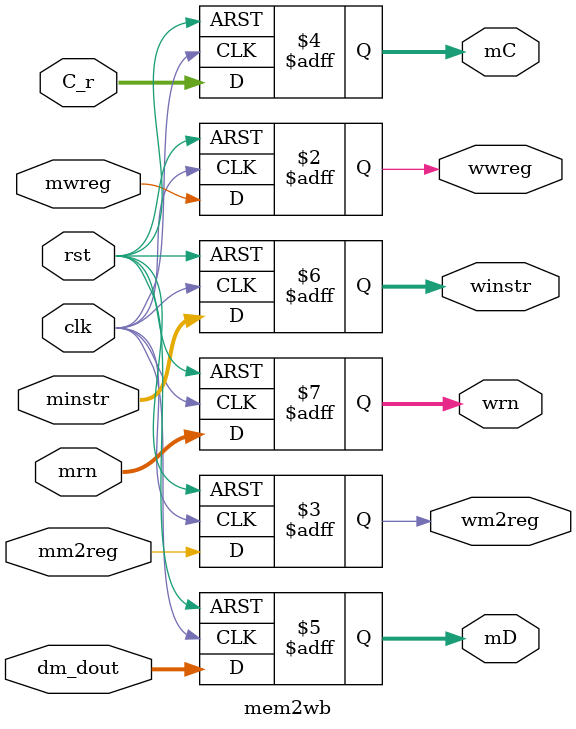
<source format=v>
module mem2wb(clk, rst, mwreg, mm2reg, dm_dout, C_r, mrn, minstr,
  wwreg, wm2reg, mD, mC, winstr, wrn);
  input clk;
  input rst;
  input mwreg, mm2reg;
  input [31:0] C_r, dm_dout;
  input [31:0] minstr;
  input [4:0]  mrn;
  output wwreg, wm2reg;
  output [31:0] mC, mD;
  output [31:0] winstr;
  output [4:0]  wrn;
  reg wwreg, wm2reg;
  reg [31:0] mC, mD;
  reg [31:0] winstr;
  reg [4:0]  wrn;
  
  always @ (posedge clk or posedge rst) begin
    if(rst) begin
      wwreg <= 0;
      wm2reg <= 0;
      mC <= 0;
      mD <= 0;
      winstr <= 0;
      wrn <= 0;
    end
  else begin
      wwreg <= mwreg;
      wm2reg <= mm2reg;
      mC <= C_r;
      mD <= dm_dout;
      winstr <= minstr;
      wrn <= mrn;
    end
  end
endmodule

</source>
